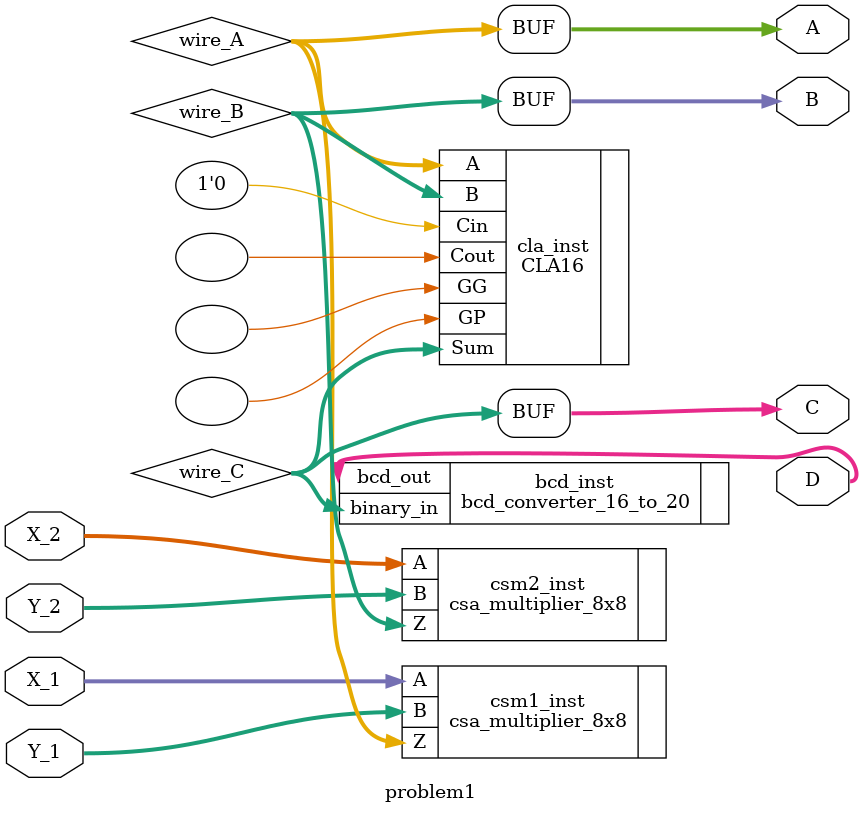
<source format=v>



// problem1_logic.v
// 1번 문제 Part (2)의 최상위 로직 모듈

`timescale 1ns / 1ps

module problem1(
    // 입력 포트
    input [7:0] X_1, Y_1, X_2, Y_2, // 8비트 부호 없는 입력
    // 출력 포트
    output [15:0] A,        // CSM1 결과
    output [15:0] B,        // CSM2 결과
    output [15:0] C,        // CLA16 결과
    output [19:0] D         // 최종 BCD 결과
);

    // --- 내부 연결 와이어 ---
    wire [15:0] wire_A; // CSM1의 출력 Z
    wire [15:0] wire_B; // CSM2의 출력 Z
    wire [15:0] wire_C; // CLA16의 출력 Sum

    // --- 1. Carry Save Multiplier 1 인스턴스 ---
    // 입력 X_1, Y_1 -> 출력 wire_A (16비트)
    csa_multiplier_8x8 csm1_inst (
        .A(X_1),
        .B(Y_1),
        .Z(wire_A)
    );

    // --- 2. Carry Save Multiplier 2 인스턴스 ---
    // 입력 X_2, Y_2 -> 출력 wire_B (16비트)
    csa_multiplier_8x8 csm2_inst (
        .A(X_2),
        .B(Y_2),
        .Z(wire_B)
    );

    // --- 3. Carry Lookahead Adder 인스턴스 ---
    // 입력 wire_A, wire_B, Cin=0 -> 출력 wire_C (16비트)
    CLA16 cla_inst (
        .A(wire_A),
        .B(wire_B),
        .Cin(1'b0),      // 문제 요구: Carry in = 0
        .Sum(wire_C),
        .Cout(),         // 사용 안 함
        .GP(),           // 사용 안 함
        .GG()            // 사용 안 함
    );

    // --- 4. BCD Converter 인스턴스 ---
    // 입력 wire_C -> 출력 D (20비트 BCD)
    bcd_converter_16_to_20 bcd_inst (
        .binary_in(wire_C),
        .bcd_out(D)     // 최종 출력 D에 연결
    );

    // --- 5. (선택 사항) 중간 결과 외부 출력 연결 ---
    assign A = wire_A;
    assign B = wire_B;
    assign C = wire_C;

endmodule
</source>
